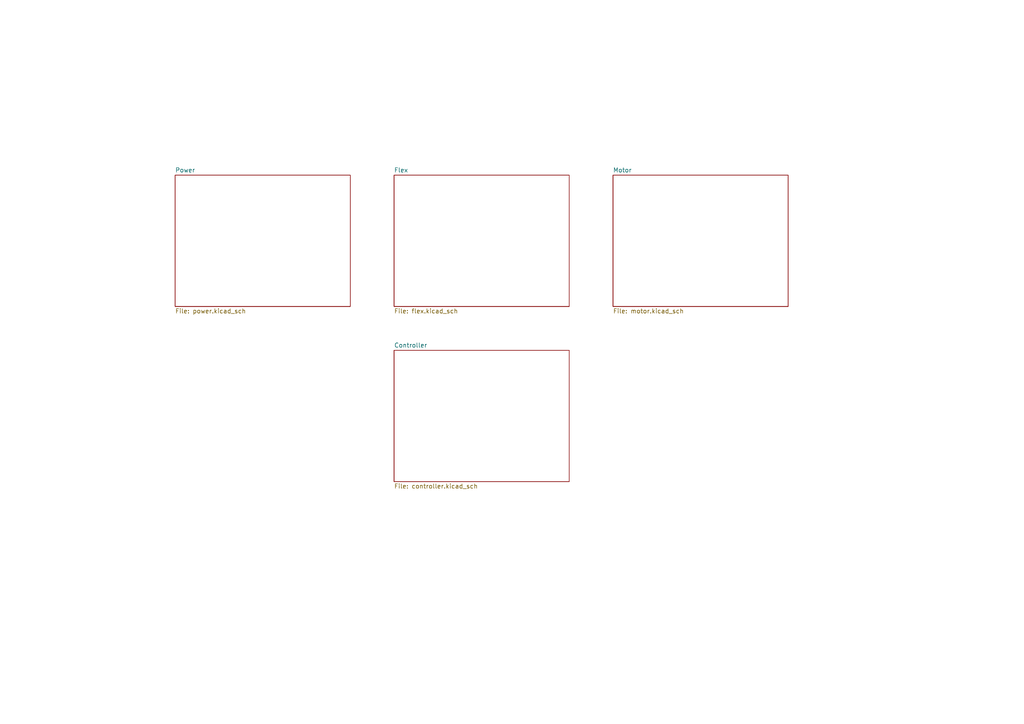
<source format=kicad_sch>
(kicad_sch (version 20230121) (generator eeschema)
  (paper "A4")
  (lib_symbols)
  (sheet (at 50.8 50.8) (size 50.8 38.1) (stroke (width 0.1524))
    (property "Sheetname" "Power" (at 50.8 50.0884 0) (effects (justify left bottom)))
    (property "Sheetfile" "power.kicad_sch" (at 50.8 89.4846 0) (effects (justify left top)))
  )
  (sheet (at 114.3 50.8) (size 50.8 38.1) (stroke (width 0.1524))
    (property "Sheetname" "Flex" (at 114.3 50.0884 0) (effects (justify left bottom)))
    (property "Sheetfile" "flex.kicad_sch" (at 114.3 89.4846 0) (effects (justify left top)))
  )
  (sheet (at 177.8 50.8) (size 50.8 38.1) (stroke (width 0.1524))
    (property "Sheetname" "Motor" (at 177.8 50.0884 0) (effects (justify left bottom)))
    (property "Sheetfile" "motor.kicad_sch" (at 177.8 89.4846 0) (effects (justify left top)))
  )
  (sheet (at 114.3 101.6) (size 50.8 38.1) (stroke (width 0.1524))
    (property "Sheetname" "Controller" (at 114.3 100.8884 0) (effects (justify left bottom)))
    (property "Sheetfile" "controller.kicad_sch" (at 114.3 140.2846 0) (effects (justify left top)))
  )
)
</source>
